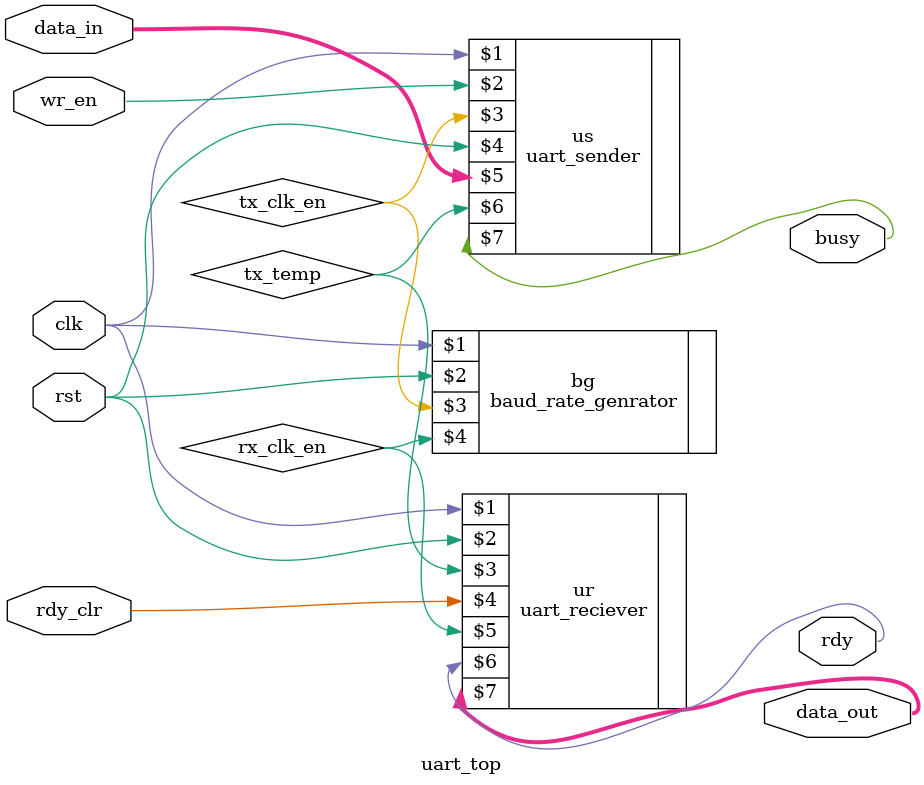
<source format=v>

`timescale 1ns / 1ps
module uart_top (input rst,input [7:0] data_in,input wr_en,clk,input rdy_clr,output rdy,busy,output [7:0] data_out);

wire rx_clk_en; //collecting output of baud rate generator rx_enb signal
wire tx_clk_en; //connectiong output of baud rate generator tx_enb signal

wire tx_temp; //connecting the output of tx module

baud_rate_genrator bg(clk,rst,tx_clk_en,rx_clk_en);

uart_sender us(clk,wr_en,tx_clk_en,rst,data_in,tx_temp,busy);

uart_reciever ur(clk,rst,tx_temp,rdy_clr,rx_clk_en,rdy,data_out);

endmodule


</source>
